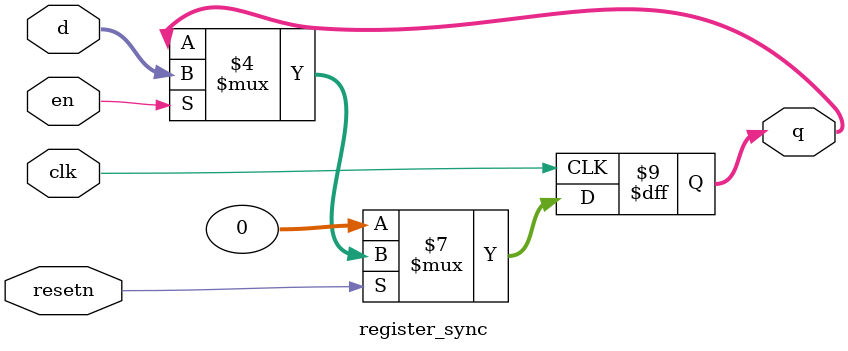
<source format=v>
module register_sync(d,clk,resetn,en,q);
input clk;
input resetn;
input en;
input [31:0] d;
output [31:0] q;
reg [31:0] q;
always @(posedge clk)		
begin
	if (resetn==0)
		q<=0;
	else if (en==1)
		q<=d;
end
endmodule
</source>
